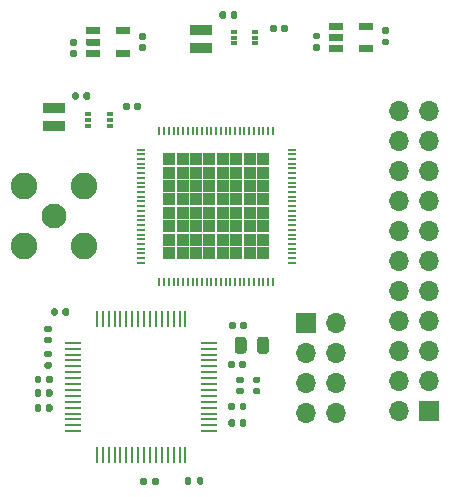
<source format=gts>
G04 #@! TF.GenerationSoftware,KiCad,Pcbnew,(5.1.10)-1*
G04 #@! TF.CreationDate,2022-03-04T01:02:41-08:00*
G04 #@! TF.ProjectId,Chekov,4368656b-6f76-42e6-9b69-6361645f7063,rev?*
G04 #@! TF.SameCoordinates,Original*
G04 #@! TF.FileFunction,Soldermask,Top*
G04 #@! TF.FilePolarity,Negative*
%FSLAX46Y46*%
G04 Gerber Fmt 4.6, Leading zero omitted, Abs format (unit mm)*
G04 Created by KiCad (PCBNEW (5.1.10)-1) date 2022-03-04 01:02:41*
%MOMM*%
%LPD*%
G01*
G04 APERTURE LIST*
%ADD10O,1.700000X1.700000*%
%ADD11R,1.700000X1.700000*%
%ADD12C,0.568750*%
%ADD13R,1.137500X1.137500*%
%ADD14O,0.200000X0.800000*%
%ADD15O,0.800000X0.200000*%
%ADD16R,1.346200X0.279400*%
%ADD17R,0.279400X1.346200*%
%ADD18R,0.500000X0.300000*%
%ADD19R,1.900000X0.850000*%
%ADD20C,2.250000*%
%ADD21C,2.100000*%
G04 APERTURE END LIST*
G04 #@! TO.C,R2*
G36*
G01*
X91113580Y-92120300D02*
X91113580Y-91750300D01*
G75*
G02*
X91248580Y-91615300I135000J0D01*
G01*
X91518580Y-91615300D01*
G75*
G02*
X91653580Y-91750300I0J-135000D01*
G01*
X91653580Y-92120300D01*
G75*
G02*
X91518580Y-92255300I-135000J0D01*
G01*
X91248580Y-92255300D01*
G75*
G02*
X91113580Y-92120300I0J135000D01*
G01*
G37*
G36*
G01*
X90093580Y-92120300D02*
X90093580Y-91750300D01*
G75*
G02*
X90228580Y-91615300I135000J0D01*
G01*
X90498580Y-91615300D01*
G75*
G02*
X90633580Y-91750300I0J-135000D01*
G01*
X90633580Y-92120300D01*
G75*
G02*
X90498580Y-92255300I-135000J0D01*
G01*
X90228580Y-92255300D01*
G75*
G02*
X90093580Y-92120300I0J135000D01*
G01*
G37*
G04 #@! TD*
G04 #@! TO.C,R1*
G36*
G01*
X94903260Y-92072040D02*
X94903260Y-91702040D01*
G75*
G02*
X95038260Y-91567040I135000J0D01*
G01*
X95308260Y-91567040D01*
G75*
G02*
X95443260Y-91702040I0J-135000D01*
G01*
X95443260Y-92072040D01*
G75*
G02*
X95308260Y-92207040I-135000J0D01*
G01*
X95038260Y-92207040D01*
G75*
G02*
X94903260Y-92072040I0J135000D01*
G01*
G37*
G36*
G01*
X93883260Y-92072040D02*
X93883260Y-91702040D01*
G75*
G02*
X94018260Y-91567040I135000J0D01*
G01*
X94288260Y-91567040D01*
G75*
G02*
X94423260Y-91702040I0J-135000D01*
G01*
X94423260Y-92072040D01*
G75*
G02*
X94288260Y-92207040I-135000J0D01*
G01*
X94018260Y-92207040D01*
G75*
G02*
X93883260Y-92072040I0J135000D01*
G01*
G37*
G04 #@! TD*
G04 #@! TO.C,C4*
G36*
G01*
X97764000Y-52621000D02*
X97764000Y-52281000D01*
G75*
G02*
X97904000Y-52141000I140000J0D01*
G01*
X98184000Y-52141000D01*
G75*
G02*
X98324000Y-52281000I0J-140000D01*
G01*
X98324000Y-52621000D01*
G75*
G02*
X98184000Y-52761000I-140000J0D01*
G01*
X97904000Y-52761000D01*
G75*
G02*
X97764000Y-52621000I0J140000D01*
G01*
G37*
G36*
G01*
X96804000Y-52621000D02*
X96804000Y-52281000D01*
G75*
G02*
X96944000Y-52141000I140000J0D01*
G01*
X97224000Y-52141000D01*
G75*
G02*
X97364000Y-52281000I0J-140000D01*
G01*
X97364000Y-52621000D01*
G75*
G02*
X97224000Y-52761000I-140000J0D01*
G01*
X96944000Y-52761000D01*
G75*
G02*
X96804000Y-52621000I0J140000D01*
G01*
G37*
G04 #@! TD*
G04 #@! TO.C,C8*
G36*
G01*
X99092600Y-79938860D02*
X99092600Y-80888860D01*
G75*
G02*
X98842600Y-81138860I-250000J0D01*
G01*
X98342600Y-81138860D01*
G75*
G02*
X98092600Y-80888860I0J250000D01*
G01*
X98092600Y-79938860D01*
G75*
G02*
X98342600Y-79688860I250000J0D01*
G01*
X98842600Y-79688860D01*
G75*
G02*
X99092600Y-79938860I0J-250000D01*
G01*
G37*
G36*
G01*
X100992600Y-79938860D02*
X100992600Y-80888860D01*
G75*
G02*
X100742600Y-81138860I-250000J0D01*
G01*
X100242600Y-81138860D01*
G75*
G02*
X99992600Y-80888860I0J250000D01*
G01*
X99992600Y-79938860D01*
G75*
G02*
X100242600Y-79688860I250000J0D01*
G01*
X100742600Y-79688860D01*
G75*
G02*
X100992600Y-79938860I0J-250000D01*
G01*
G37*
G04 #@! TD*
D10*
G04 #@! TO.C,J3*
X106680000Y-86106000D03*
X104140000Y-86106000D03*
X106680000Y-83566000D03*
X104140000Y-83566000D03*
X106680000Y-81026000D03*
X104140000Y-81026000D03*
X106680000Y-78486000D03*
D11*
X104140000Y-78486000D03*
G04 #@! TD*
D12*
G04 #@! TO.C,U6*
X100501250Y-72619250D03*
X100501250Y-71481750D03*
X100501250Y-70344250D03*
X100501250Y-69206750D03*
X100501250Y-68069250D03*
X100501250Y-66931750D03*
X100501250Y-65794250D03*
X100501250Y-64656750D03*
X99363750Y-72619250D03*
X99363750Y-71481750D03*
X99363750Y-70344250D03*
X99363750Y-69206750D03*
X99363750Y-68069250D03*
X99363750Y-66931750D03*
X99363750Y-65794250D03*
X99363750Y-64656750D03*
X98226250Y-72619250D03*
X98226250Y-71481750D03*
X98226250Y-70344250D03*
X98226250Y-69206750D03*
X98226250Y-68069250D03*
X98226250Y-66931750D03*
X98226250Y-65794250D03*
X98226250Y-64656750D03*
X97088750Y-72619250D03*
X97088750Y-71481750D03*
X97088750Y-70344250D03*
X97088750Y-69206750D03*
X97088750Y-68069250D03*
X97088750Y-66931750D03*
X97088750Y-65794250D03*
X97088750Y-64656750D03*
X95951250Y-72619250D03*
X95951250Y-71481750D03*
X95951250Y-70344250D03*
X95951250Y-69206750D03*
X95951250Y-68069250D03*
X95951250Y-66931750D03*
X95951250Y-65794250D03*
X95951250Y-64656750D03*
X94813750Y-72619250D03*
X94813750Y-71481750D03*
X94813750Y-70344250D03*
X94813750Y-69206750D03*
X94813750Y-68069250D03*
X94813750Y-66931750D03*
X94813750Y-65794250D03*
X94813750Y-64656750D03*
X93676250Y-72619250D03*
X93676250Y-71481750D03*
X93676250Y-70344250D03*
X93676250Y-69206750D03*
X93676250Y-68069250D03*
X93676250Y-66931750D03*
X93676250Y-65794250D03*
X93676250Y-64656750D03*
X92538750Y-72619250D03*
X92538750Y-71481750D03*
X92538750Y-70344250D03*
X92538750Y-69206750D03*
X92538750Y-68069250D03*
X92538750Y-66931750D03*
X92538750Y-65794250D03*
X92538750Y-64656750D03*
D13*
X100501250Y-72619250D03*
X100501250Y-71481750D03*
X100501250Y-70344250D03*
X100501250Y-69206750D03*
X100501250Y-68069250D03*
X100501250Y-66931750D03*
X100501250Y-65794250D03*
X100501250Y-64656750D03*
X99363750Y-72619250D03*
X99363750Y-71481750D03*
X99363750Y-70344250D03*
X99363750Y-69206750D03*
X99363750Y-68069250D03*
X99363750Y-66931750D03*
X99363750Y-65794250D03*
X99363750Y-64656750D03*
X98226250Y-72619250D03*
X98226250Y-71481750D03*
X98226250Y-70344250D03*
X98226250Y-69206750D03*
X98226250Y-68069250D03*
X98226250Y-66931750D03*
X98226250Y-65794250D03*
X98226250Y-64656750D03*
X97088750Y-72619250D03*
X97088750Y-71481750D03*
X97088750Y-70344250D03*
X97088750Y-69206750D03*
X97088750Y-68069250D03*
X97088750Y-66931750D03*
X97088750Y-65794250D03*
X97088750Y-64656750D03*
X95951250Y-72619250D03*
X95951250Y-71481750D03*
X95951250Y-70344250D03*
X95951250Y-69206750D03*
X95951250Y-68069250D03*
X95951250Y-66931750D03*
X95951250Y-65794250D03*
X95951250Y-64656750D03*
X94813750Y-72619250D03*
X94813750Y-71481750D03*
X94813750Y-70344250D03*
X94813750Y-69206750D03*
X94813750Y-68069250D03*
X94813750Y-66931750D03*
X94813750Y-65794250D03*
X94813750Y-64656750D03*
X93676250Y-72619250D03*
X93676250Y-71481750D03*
X93676250Y-70344250D03*
X93676250Y-69206750D03*
X93676250Y-68069250D03*
X93676250Y-66931750D03*
X93676250Y-65794250D03*
X93676250Y-64656750D03*
X92538750Y-72619250D03*
X92538750Y-71481750D03*
X92538750Y-70344250D03*
X92538750Y-69206750D03*
X92538750Y-68069250D03*
X92538750Y-66931750D03*
X92538750Y-65794250D03*
X92538750Y-64656750D03*
D14*
X91720000Y-62238000D03*
X92120000Y-62238000D03*
X92520000Y-62238000D03*
X92920000Y-62238000D03*
X93320000Y-62238000D03*
X93720000Y-62238000D03*
X94120000Y-62238000D03*
X94520000Y-62238000D03*
X94920000Y-62238000D03*
X95320000Y-62238000D03*
X95720000Y-62238000D03*
X96120000Y-62238000D03*
X96520000Y-62238000D03*
X96920000Y-62238000D03*
X97320000Y-62238000D03*
X97720000Y-62238000D03*
X98120000Y-62238000D03*
X98520000Y-62238000D03*
X98920000Y-62238000D03*
X99320000Y-62238000D03*
X99720000Y-62238000D03*
X100120000Y-62238000D03*
X100520000Y-62238000D03*
X100920000Y-62238000D03*
X101320000Y-62238000D03*
D15*
X102920000Y-63838000D03*
X102920000Y-64238000D03*
X102920000Y-64638000D03*
X102920000Y-65038000D03*
X102920000Y-65438000D03*
X102920000Y-65838000D03*
X102920000Y-66238000D03*
X102920000Y-66638000D03*
X102920000Y-67038000D03*
X102920000Y-67438000D03*
X102920000Y-67838000D03*
X102920000Y-68238000D03*
X102920000Y-68638000D03*
X102920000Y-69038000D03*
X102920000Y-69438000D03*
X102920000Y-69838000D03*
X102920000Y-70238000D03*
X102920000Y-70638000D03*
X102920000Y-71038000D03*
X102920000Y-71438000D03*
X102920000Y-71838000D03*
X102920000Y-72238000D03*
X102920000Y-72638000D03*
X102920000Y-73038000D03*
X102920000Y-73438000D03*
D14*
X101320000Y-75038000D03*
X100920000Y-75038000D03*
X100520000Y-75038000D03*
X100120000Y-75038000D03*
X99720000Y-75038000D03*
X99320000Y-75038000D03*
X98920000Y-75038000D03*
X98520000Y-75038000D03*
X98120000Y-75038000D03*
X97720000Y-75038000D03*
X97320000Y-75038000D03*
X96920000Y-75038000D03*
X96520000Y-75038000D03*
X96120000Y-75038000D03*
X95720000Y-75038000D03*
X95320000Y-75038000D03*
X94920000Y-75038000D03*
X94520000Y-75038000D03*
X94120000Y-75038000D03*
X93720000Y-75038000D03*
X93320000Y-75038000D03*
X92920000Y-75038000D03*
X92520000Y-75038000D03*
X92120000Y-75038000D03*
X91720000Y-75038000D03*
D15*
X90120000Y-73438000D03*
X90120000Y-73038000D03*
X90120000Y-72638000D03*
X90120000Y-72238000D03*
X90120000Y-71838000D03*
X90120000Y-71438000D03*
X90120000Y-71038000D03*
X90120000Y-70638000D03*
X90120000Y-70238000D03*
X90120000Y-69838000D03*
X90120000Y-69438000D03*
X90120000Y-69038000D03*
X90120000Y-68638000D03*
X90120000Y-68238000D03*
X90120000Y-67838000D03*
X90120000Y-67438000D03*
X90120000Y-67038000D03*
X90120000Y-66638000D03*
X90120000Y-66238000D03*
X90120000Y-65838000D03*
X90120000Y-65438000D03*
X90120000Y-65038000D03*
X90120000Y-64638000D03*
X90120000Y-64238000D03*
X90120000Y-63838000D03*
G04 #@! TD*
G04 #@! TO.C,U5*
G36*
G01*
X108600000Y-53659700D02*
X108600000Y-53152300D01*
G75*
G02*
X108641300Y-53111000I41300J0D01*
G01*
X109768700Y-53111000D01*
G75*
G02*
X109810000Y-53152300I0J-41300D01*
G01*
X109810000Y-53659700D01*
G75*
G02*
X109768700Y-53701000I-41300J0D01*
G01*
X108641300Y-53701000D01*
G75*
G02*
X108600000Y-53659700I0J41300D01*
G01*
G37*
G36*
G01*
X108600000Y-55559700D02*
X108600000Y-55052300D01*
G75*
G02*
X108641300Y-55011000I41300J0D01*
G01*
X109768700Y-55011000D01*
G75*
G02*
X109810000Y-55052300I0J-41300D01*
G01*
X109810000Y-55559700D01*
G75*
G02*
X109768700Y-55601000I-41300J0D01*
G01*
X108641300Y-55601000D01*
G75*
G02*
X108600000Y-55559700I0J41300D01*
G01*
G37*
G36*
G01*
X106090000Y-55559700D02*
X106090000Y-55052300D01*
G75*
G02*
X106131300Y-55011000I41300J0D01*
G01*
X107258700Y-55011000D01*
G75*
G02*
X107300000Y-55052300I0J-41300D01*
G01*
X107300000Y-55559700D01*
G75*
G02*
X107258700Y-55601000I-41300J0D01*
G01*
X106131300Y-55601000D01*
G75*
G02*
X106090000Y-55559700I0J41300D01*
G01*
G37*
G36*
G01*
X106090000Y-54609700D02*
X106090000Y-54102300D01*
G75*
G02*
X106131300Y-54061000I41300J0D01*
G01*
X107258700Y-54061000D01*
G75*
G02*
X107300000Y-54102300I0J-41300D01*
G01*
X107300000Y-54609700D01*
G75*
G02*
X107258700Y-54651000I-41300J0D01*
G01*
X106131300Y-54651000D01*
G75*
G02*
X106090000Y-54609700I0J41300D01*
G01*
G37*
G36*
G01*
X106090000Y-53659700D02*
X106090000Y-53152300D01*
G75*
G02*
X106131300Y-53111000I41300J0D01*
G01*
X107258700Y-53111000D01*
G75*
G02*
X107300000Y-53152300I0J-41300D01*
G01*
X107300000Y-53659700D01*
G75*
G02*
X107258700Y-53701000I-41300J0D01*
G01*
X106131300Y-53701000D01*
G75*
G02*
X106090000Y-53659700I0J41300D01*
G01*
G37*
G04 #@! TD*
D16*
G04 #@! TO.C,U4*
X84391500Y-87697000D03*
X84391500Y-87197001D03*
X84391500Y-86697000D03*
X84391500Y-86197001D03*
X84391500Y-85696999D03*
X84391500Y-85197000D03*
X84391500Y-84697001D03*
X84391500Y-84197000D03*
X84391500Y-83697000D03*
X84391500Y-83196999D03*
X84391500Y-82697000D03*
X84391500Y-82197001D03*
X84391500Y-81696999D03*
X84391500Y-81197000D03*
X84391500Y-80696999D03*
X84391500Y-80197000D03*
D17*
X86420000Y-78168500D03*
X86919999Y-78168500D03*
X87420000Y-78168500D03*
X87919999Y-78168500D03*
X88420001Y-78168500D03*
X88920000Y-78168500D03*
X89419999Y-78168500D03*
X89920000Y-78168500D03*
X90420000Y-78168500D03*
X90920001Y-78168500D03*
X91420000Y-78168500D03*
X91919999Y-78168500D03*
X92420001Y-78168500D03*
X92920000Y-78168500D03*
X93420001Y-78168500D03*
X93920000Y-78168500D03*
D16*
X95948500Y-80197000D03*
X95948500Y-80696999D03*
X95948500Y-81197000D03*
X95948500Y-81696999D03*
X95948500Y-82197001D03*
X95948500Y-82697000D03*
X95948500Y-83196999D03*
X95948500Y-83697000D03*
X95948500Y-84197000D03*
X95948500Y-84697001D03*
X95948500Y-85197000D03*
X95948500Y-85696999D03*
X95948500Y-86197001D03*
X95948500Y-86697000D03*
X95948500Y-87197001D03*
X95948500Y-87697000D03*
D17*
X93920000Y-89725500D03*
X93420001Y-89725500D03*
X92920000Y-89725500D03*
X92420001Y-89725500D03*
X91919999Y-89725500D03*
X91420000Y-89725500D03*
X90920001Y-89725500D03*
X90420000Y-89725500D03*
X89920000Y-89725500D03*
X89419999Y-89725500D03*
X88920000Y-89725500D03*
X88420001Y-89725500D03*
X87919999Y-89725500D03*
X87420000Y-89725500D03*
X86919999Y-89725500D03*
X86420000Y-89725500D03*
G04 #@! TD*
G04 #@! TO.C,U3*
G36*
G01*
X88026000Y-54040700D02*
X88026000Y-53533300D01*
G75*
G02*
X88067300Y-53492000I41300J0D01*
G01*
X89194700Y-53492000D01*
G75*
G02*
X89236000Y-53533300I0J-41300D01*
G01*
X89236000Y-54040700D01*
G75*
G02*
X89194700Y-54082000I-41300J0D01*
G01*
X88067300Y-54082000D01*
G75*
G02*
X88026000Y-54040700I0J41300D01*
G01*
G37*
G36*
G01*
X88026000Y-55940700D02*
X88026000Y-55433300D01*
G75*
G02*
X88067300Y-55392000I41300J0D01*
G01*
X89194700Y-55392000D01*
G75*
G02*
X89236000Y-55433300I0J-41300D01*
G01*
X89236000Y-55940700D01*
G75*
G02*
X89194700Y-55982000I-41300J0D01*
G01*
X88067300Y-55982000D01*
G75*
G02*
X88026000Y-55940700I0J41300D01*
G01*
G37*
G36*
G01*
X85516000Y-55940700D02*
X85516000Y-55433300D01*
G75*
G02*
X85557300Y-55392000I41300J0D01*
G01*
X86684700Y-55392000D01*
G75*
G02*
X86726000Y-55433300I0J-41300D01*
G01*
X86726000Y-55940700D01*
G75*
G02*
X86684700Y-55982000I-41300J0D01*
G01*
X85557300Y-55982000D01*
G75*
G02*
X85516000Y-55940700I0J41300D01*
G01*
G37*
G36*
G01*
X85516000Y-54990700D02*
X85516000Y-54483300D01*
G75*
G02*
X85557300Y-54442000I41300J0D01*
G01*
X86684700Y-54442000D01*
G75*
G02*
X86726000Y-54483300I0J-41300D01*
G01*
X86726000Y-54990700D01*
G75*
G02*
X86684700Y-55032000I-41300J0D01*
G01*
X85557300Y-55032000D01*
G75*
G02*
X85516000Y-54990700I0J41300D01*
G01*
G37*
G36*
G01*
X85516000Y-54040700D02*
X85516000Y-53533300D01*
G75*
G02*
X85557300Y-53492000I41300J0D01*
G01*
X86684700Y-53492000D01*
G75*
G02*
X86726000Y-53533300I0J-41300D01*
G01*
X86726000Y-54040700D01*
G75*
G02*
X86684700Y-54082000I-41300J0D01*
G01*
X85557300Y-54082000D01*
G75*
G02*
X85516000Y-54040700I0J41300D01*
G01*
G37*
G04 #@! TD*
D18*
G04 #@! TO.C,U2*
X99833000Y-53856000D03*
X99833000Y-54356000D03*
X99833000Y-54856000D03*
X98033000Y-54856000D03*
X98033000Y-54356000D03*
X98033000Y-53856000D03*
G04 #@! TD*
G04 #@! TO.C,U1*
X87514000Y-60841000D03*
X87514000Y-61341000D03*
X87514000Y-61841000D03*
X85714000Y-61841000D03*
X85714000Y-61341000D03*
X85714000Y-60841000D03*
G04 #@! TD*
D19*
G04 #@! TO.C,L2*
X95250000Y-55208000D03*
X95250000Y-53758000D03*
G04 #@! TD*
G04 #@! TO.C,L1*
X82767000Y-61812000D03*
X82767000Y-60362000D03*
G04 #@! TD*
D20*
G04 #@! TO.C,J2*
X85354000Y-66929000D03*
X85354000Y-72029000D03*
X80254000Y-72029000D03*
X80254000Y-66929000D03*
D21*
X82804000Y-69479000D03*
G04 #@! TD*
D10*
G04 #@! TO.C,J1*
X112014000Y-60579000D03*
X114554000Y-60579000D03*
X112014000Y-63119000D03*
X114554000Y-63119000D03*
X112014000Y-65659000D03*
X114554000Y-65659000D03*
X112014000Y-68199000D03*
X114554000Y-68199000D03*
X112014000Y-70739000D03*
X114554000Y-70739000D03*
X112014000Y-73279000D03*
X114554000Y-73279000D03*
X112014000Y-75819000D03*
X114554000Y-75819000D03*
X112014000Y-78359000D03*
X114554000Y-78359000D03*
X112014000Y-80899000D03*
X114554000Y-80899000D03*
X112014000Y-83439000D03*
X114554000Y-83439000D03*
X112014000Y-85979000D03*
D11*
X114554000Y-85979000D03*
G04 #@! TD*
G04 #@! TO.C,C21*
G36*
G01*
X111041000Y-54057000D02*
X110701000Y-54057000D01*
G75*
G02*
X110561000Y-53917000I0J140000D01*
G01*
X110561000Y-53637000D01*
G75*
G02*
X110701000Y-53497000I140000J0D01*
G01*
X111041000Y-53497000D01*
G75*
G02*
X111181000Y-53637000I0J-140000D01*
G01*
X111181000Y-53917000D01*
G75*
G02*
X111041000Y-54057000I-140000J0D01*
G01*
G37*
G36*
G01*
X111041000Y-55017000D02*
X110701000Y-55017000D01*
G75*
G02*
X110561000Y-54877000I0J140000D01*
G01*
X110561000Y-54597000D01*
G75*
G02*
X110701000Y-54457000I140000J0D01*
G01*
X111041000Y-54457000D01*
G75*
G02*
X111181000Y-54597000I0J-140000D01*
G01*
X111181000Y-54877000D01*
G75*
G02*
X111041000Y-55017000I-140000J0D01*
G01*
G37*
G04 #@! TD*
G04 #@! TO.C,C20*
G36*
G01*
X81715000Y-84285000D02*
X81715000Y-84625000D01*
G75*
G02*
X81575000Y-84765000I-140000J0D01*
G01*
X81295000Y-84765000D01*
G75*
G02*
X81155000Y-84625000I0J140000D01*
G01*
X81155000Y-84285000D01*
G75*
G02*
X81295000Y-84145000I140000J0D01*
G01*
X81575000Y-84145000D01*
G75*
G02*
X81715000Y-84285000I0J-140000D01*
G01*
G37*
G36*
G01*
X82675000Y-84285000D02*
X82675000Y-84625000D01*
G75*
G02*
X82535000Y-84765000I-140000J0D01*
G01*
X82255000Y-84765000D01*
G75*
G02*
X82115000Y-84625000I0J140000D01*
G01*
X82115000Y-84285000D01*
G75*
G02*
X82255000Y-84145000I140000J0D01*
G01*
X82535000Y-84145000D01*
G75*
G02*
X82675000Y-84285000I0J-140000D01*
G01*
G37*
G04 #@! TD*
G04 #@! TO.C,C19*
G36*
G01*
X81715000Y-83142000D02*
X81715000Y-83482000D01*
G75*
G02*
X81575000Y-83622000I-140000J0D01*
G01*
X81295000Y-83622000D01*
G75*
G02*
X81155000Y-83482000I0J140000D01*
G01*
X81155000Y-83142000D01*
G75*
G02*
X81295000Y-83002000I140000J0D01*
G01*
X81575000Y-83002000D01*
G75*
G02*
X81715000Y-83142000I0J-140000D01*
G01*
G37*
G36*
G01*
X82675000Y-83142000D02*
X82675000Y-83482000D01*
G75*
G02*
X82535000Y-83622000I-140000J0D01*
G01*
X82255000Y-83622000D01*
G75*
G02*
X82115000Y-83482000I0J140000D01*
G01*
X82115000Y-83142000D01*
G75*
G02*
X82255000Y-83002000I140000J0D01*
G01*
X82535000Y-83002000D01*
G75*
G02*
X82675000Y-83142000I0J-140000D01*
G01*
G37*
G04 #@! TD*
G04 #@! TO.C,C18*
G36*
G01*
X83112000Y-77427000D02*
X83112000Y-77767000D01*
G75*
G02*
X82972000Y-77907000I-140000J0D01*
G01*
X82692000Y-77907000D01*
G75*
G02*
X82552000Y-77767000I0J140000D01*
G01*
X82552000Y-77427000D01*
G75*
G02*
X82692000Y-77287000I140000J0D01*
G01*
X82972000Y-77287000D01*
G75*
G02*
X83112000Y-77427000I0J-140000D01*
G01*
G37*
G36*
G01*
X84072000Y-77427000D02*
X84072000Y-77767000D01*
G75*
G02*
X83932000Y-77907000I-140000J0D01*
G01*
X83652000Y-77907000D01*
G75*
G02*
X83512000Y-77767000I0J140000D01*
G01*
X83512000Y-77427000D01*
G75*
G02*
X83652000Y-77287000I140000J0D01*
G01*
X83932000Y-77287000D01*
G75*
G02*
X84072000Y-77427000I0J-140000D01*
G01*
G37*
G04 #@! TD*
G04 #@! TO.C,C17*
G36*
G01*
X82126000Y-79702000D02*
X82466000Y-79702000D01*
G75*
G02*
X82606000Y-79842000I0J-140000D01*
G01*
X82606000Y-80122000D01*
G75*
G02*
X82466000Y-80262000I-140000J0D01*
G01*
X82126000Y-80262000D01*
G75*
G02*
X81986000Y-80122000I0J140000D01*
G01*
X81986000Y-79842000D01*
G75*
G02*
X82126000Y-79702000I140000J0D01*
G01*
G37*
G36*
G01*
X82126000Y-78742000D02*
X82466000Y-78742000D01*
G75*
G02*
X82606000Y-78882000I0J-140000D01*
G01*
X82606000Y-79162000D01*
G75*
G02*
X82466000Y-79302000I-140000J0D01*
G01*
X82126000Y-79302000D01*
G75*
G02*
X81986000Y-79162000I0J140000D01*
G01*
X81986000Y-78882000D01*
G75*
G02*
X82126000Y-78742000I140000J0D01*
G01*
G37*
G04 #@! TD*
G04 #@! TO.C,C16*
G36*
G01*
X81715000Y-85555000D02*
X81715000Y-85895000D01*
G75*
G02*
X81575000Y-86035000I-140000J0D01*
G01*
X81295000Y-86035000D01*
G75*
G02*
X81155000Y-85895000I0J140000D01*
G01*
X81155000Y-85555000D01*
G75*
G02*
X81295000Y-85415000I140000J0D01*
G01*
X81575000Y-85415000D01*
G75*
G02*
X81715000Y-85555000I0J-140000D01*
G01*
G37*
G36*
G01*
X82675000Y-85555000D02*
X82675000Y-85895000D01*
G75*
G02*
X82535000Y-86035000I-140000J0D01*
G01*
X82255000Y-86035000D01*
G75*
G02*
X82115000Y-85895000I0J140000D01*
G01*
X82115000Y-85555000D01*
G75*
G02*
X82255000Y-85415000I140000J0D01*
G01*
X82535000Y-85415000D01*
G75*
G02*
X82675000Y-85555000I0J-140000D01*
G01*
G37*
G04 #@! TD*
G04 #@! TO.C,C15*
G36*
G01*
X82466000Y-81433000D02*
X82126000Y-81433000D01*
G75*
G02*
X81986000Y-81293000I0J140000D01*
G01*
X81986000Y-81013000D01*
G75*
G02*
X82126000Y-80873000I140000J0D01*
G01*
X82466000Y-80873000D01*
G75*
G02*
X82606000Y-81013000I0J-140000D01*
G01*
X82606000Y-81293000D01*
G75*
G02*
X82466000Y-81433000I-140000J0D01*
G01*
G37*
G36*
G01*
X82466000Y-82393000D02*
X82126000Y-82393000D01*
G75*
G02*
X81986000Y-82253000I0J140000D01*
G01*
X81986000Y-81973000D01*
G75*
G02*
X82126000Y-81833000I140000J0D01*
G01*
X82466000Y-81833000D01*
G75*
G02*
X82606000Y-81973000I0J-140000D01*
G01*
X82606000Y-82253000D01*
G75*
G02*
X82466000Y-82393000I-140000J0D01*
G01*
G37*
G04 #@! TD*
G04 #@! TO.C,C14*
G36*
G01*
X105199000Y-54509000D02*
X104859000Y-54509000D01*
G75*
G02*
X104719000Y-54369000I0J140000D01*
G01*
X104719000Y-54089000D01*
G75*
G02*
X104859000Y-53949000I140000J0D01*
G01*
X105199000Y-53949000D01*
G75*
G02*
X105339000Y-54089000I0J-140000D01*
G01*
X105339000Y-54369000D01*
G75*
G02*
X105199000Y-54509000I-140000J0D01*
G01*
G37*
G36*
G01*
X105199000Y-55469000D02*
X104859000Y-55469000D01*
G75*
G02*
X104719000Y-55329000I0J140000D01*
G01*
X104719000Y-55049000D01*
G75*
G02*
X104859000Y-54909000I140000J0D01*
G01*
X105199000Y-54909000D01*
G75*
G02*
X105339000Y-55049000I0J-140000D01*
G01*
X105339000Y-55329000D01*
G75*
G02*
X105199000Y-55469000I-140000J0D01*
G01*
G37*
G04 #@! TD*
G04 #@! TO.C,C13*
G36*
G01*
X90467000Y-54537000D02*
X90127000Y-54537000D01*
G75*
G02*
X89987000Y-54397000I0J140000D01*
G01*
X89987000Y-54117000D01*
G75*
G02*
X90127000Y-53977000I140000J0D01*
G01*
X90467000Y-53977000D01*
G75*
G02*
X90607000Y-54117000I0J-140000D01*
G01*
X90607000Y-54397000D01*
G75*
G02*
X90467000Y-54537000I-140000J0D01*
G01*
G37*
G36*
G01*
X90467000Y-55497000D02*
X90127000Y-55497000D01*
G75*
G02*
X89987000Y-55357000I0J140000D01*
G01*
X89987000Y-55077000D01*
G75*
G02*
X90127000Y-54937000I140000J0D01*
G01*
X90467000Y-54937000D01*
G75*
G02*
X90607000Y-55077000I0J-140000D01*
G01*
X90607000Y-55357000D01*
G75*
G02*
X90467000Y-55497000I-140000J0D01*
G01*
G37*
G04 #@! TD*
G04 #@! TO.C,C12*
G36*
G01*
X98722000Y-83620000D02*
X98382000Y-83620000D01*
G75*
G02*
X98242000Y-83480000I0J140000D01*
G01*
X98242000Y-83200000D01*
G75*
G02*
X98382000Y-83060000I140000J0D01*
G01*
X98722000Y-83060000D01*
G75*
G02*
X98862000Y-83200000I0J-140000D01*
G01*
X98862000Y-83480000D01*
G75*
G02*
X98722000Y-83620000I-140000J0D01*
G01*
G37*
G36*
G01*
X98722000Y-84580000D02*
X98382000Y-84580000D01*
G75*
G02*
X98242000Y-84440000I0J140000D01*
G01*
X98242000Y-84160000D01*
G75*
G02*
X98382000Y-84020000I140000J0D01*
G01*
X98722000Y-84020000D01*
G75*
G02*
X98862000Y-84160000I0J-140000D01*
G01*
X98862000Y-84440000D01*
G75*
G02*
X98722000Y-84580000I-140000J0D01*
G01*
G37*
G04 #@! TD*
G04 #@! TO.C,C11*
G36*
G01*
X98526000Y-87165000D02*
X98526000Y-86825000D01*
G75*
G02*
X98666000Y-86685000I140000J0D01*
G01*
X98946000Y-86685000D01*
G75*
G02*
X99086000Y-86825000I0J-140000D01*
G01*
X99086000Y-87165000D01*
G75*
G02*
X98946000Y-87305000I-140000J0D01*
G01*
X98666000Y-87305000D01*
G75*
G02*
X98526000Y-87165000I0J140000D01*
G01*
G37*
G36*
G01*
X97566000Y-87165000D02*
X97566000Y-86825000D01*
G75*
G02*
X97706000Y-86685000I140000J0D01*
G01*
X97986000Y-86685000D01*
G75*
G02*
X98126000Y-86825000I0J-140000D01*
G01*
X98126000Y-87165000D01*
G75*
G02*
X97986000Y-87305000I-140000J0D01*
G01*
X97706000Y-87305000D01*
G75*
G02*
X97566000Y-87165000I0J140000D01*
G01*
G37*
G04 #@! TD*
G04 #@! TO.C,C10*
G36*
G01*
X98526000Y-85768000D02*
X98526000Y-85428000D01*
G75*
G02*
X98666000Y-85288000I140000J0D01*
G01*
X98946000Y-85288000D01*
G75*
G02*
X99086000Y-85428000I0J-140000D01*
G01*
X99086000Y-85768000D01*
G75*
G02*
X98946000Y-85908000I-140000J0D01*
G01*
X98666000Y-85908000D01*
G75*
G02*
X98526000Y-85768000I0J140000D01*
G01*
G37*
G36*
G01*
X97566000Y-85768000D02*
X97566000Y-85428000D01*
G75*
G02*
X97706000Y-85288000I140000J0D01*
G01*
X97986000Y-85288000D01*
G75*
G02*
X98126000Y-85428000I0J-140000D01*
G01*
X98126000Y-85768000D01*
G75*
G02*
X97986000Y-85908000I-140000J0D01*
G01*
X97706000Y-85908000D01*
G75*
G02*
X97566000Y-85768000I0J140000D01*
G01*
G37*
G04 #@! TD*
G04 #@! TO.C,C9*
G36*
G01*
X98174200Y-78570000D02*
X98174200Y-78910000D01*
G75*
G02*
X98034200Y-79050000I-140000J0D01*
G01*
X97754200Y-79050000D01*
G75*
G02*
X97614200Y-78910000I0J140000D01*
G01*
X97614200Y-78570000D01*
G75*
G02*
X97754200Y-78430000I140000J0D01*
G01*
X98034200Y-78430000D01*
G75*
G02*
X98174200Y-78570000I0J-140000D01*
G01*
G37*
G36*
G01*
X99134200Y-78570000D02*
X99134200Y-78910000D01*
G75*
G02*
X98994200Y-79050000I-140000J0D01*
G01*
X98714200Y-79050000D01*
G75*
G02*
X98574200Y-78910000I0J140000D01*
G01*
X98574200Y-78570000D01*
G75*
G02*
X98714200Y-78430000I140000J0D01*
G01*
X98994200Y-78430000D01*
G75*
G02*
X99134200Y-78570000I0J-140000D01*
G01*
G37*
G04 #@! TD*
G04 #@! TO.C,C7*
G36*
G01*
X98098000Y-81872000D02*
X98098000Y-82212000D01*
G75*
G02*
X97958000Y-82352000I-140000J0D01*
G01*
X97678000Y-82352000D01*
G75*
G02*
X97538000Y-82212000I0J140000D01*
G01*
X97538000Y-81872000D01*
G75*
G02*
X97678000Y-81732000I140000J0D01*
G01*
X97958000Y-81732000D01*
G75*
G02*
X98098000Y-81872000I0J-140000D01*
G01*
G37*
G36*
G01*
X99058000Y-81872000D02*
X99058000Y-82212000D01*
G75*
G02*
X98918000Y-82352000I-140000J0D01*
G01*
X98638000Y-82352000D01*
G75*
G02*
X98498000Y-82212000I0J140000D01*
G01*
X98498000Y-81872000D01*
G75*
G02*
X98638000Y-81732000I140000J0D01*
G01*
X98918000Y-81732000D01*
G75*
G02*
X99058000Y-81872000I0J-140000D01*
G01*
G37*
G04 #@! TD*
G04 #@! TO.C,C6*
G36*
G01*
X100119000Y-83620000D02*
X99779000Y-83620000D01*
G75*
G02*
X99639000Y-83480000I0J140000D01*
G01*
X99639000Y-83200000D01*
G75*
G02*
X99779000Y-83060000I140000J0D01*
G01*
X100119000Y-83060000D01*
G75*
G02*
X100259000Y-83200000I0J-140000D01*
G01*
X100259000Y-83480000D01*
G75*
G02*
X100119000Y-83620000I-140000J0D01*
G01*
G37*
G36*
G01*
X100119000Y-84580000D02*
X99779000Y-84580000D01*
G75*
G02*
X99639000Y-84440000I0J140000D01*
G01*
X99639000Y-84160000D01*
G75*
G02*
X99779000Y-84020000I140000J0D01*
G01*
X100119000Y-84020000D01*
G75*
G02*
X100259000Y-84160000I0J-140000D01*
G01*
X100259000Y-84440000D01*
G75*
G02*
X100119000Y-84580000I-140000J0D01*
G01*
G37*
G04 #@! TD*
G04 #@! TO.C,C5*
G36*
G01*
X84625000Y-55045000D02*
X84285000Y-55045000D01*
G75*
G02*
X84145000Y-54905000I0J140000D01*
G01*
X84145000Y-54625000D01*
G75*
G02*
X84285000Y-54485000I140000J0D01*
G01*
X84625000Y-54485000D01*
G75*
G02*
X84765000Y-54625000I0J-140000D01*
G01*
X84765000Y-54905000D01*
G75*
G02*
X84625000Y-55045000I-140000J0D01*
G01*
G37*
G36*
G01*
X84625000Y-56005000D02*
X84285000Y-56005000D01*
G75*
G02*
X84145000Y-55865000I0J140000D01*
G01*
X84145000Y-55585000D01*
G75*
G02*
X84285000Y-55445000I140000J0D01*
G01*
X84625000Y-55445000D01*
G75*
G02*
X84765000Y-55585000I0J-140000D01*
G01*
X84765000Y-55865000D01*
G75*
G02*
X84625000Y-56005000I-140000J0D01*
G01*
G37*
G04 #@! TD*
G04 #@! TO.C,C3*
G36*
G01*
X85290000Y-59479000D02*
X85290000Y-59139000D01*
G75*
G02*
X85430000Y-58999000I140000J0D01*
G01*
X85710000Y-58999000D01*
G75*
G02*
X85850000Y-59139000I0J-140000D01*
G01*
X85850000Y-59479000D01*
G75*
G02*
X85710000Y-59619000I-140000J0D01*
G01*
X85430000Y-59619000D01*
G75*
G02*
X85290000Y-59479000I0J140000D01*
G01*
G37*
G36*
G01*
X84330000Y-59479000D02*
X84330000Y-59139000D01*
G75*
G02*
X84470000Y-58999000I140000J0D01*
G01*
X84750000Y-58999000D01*
G75*
G02*
X84890000Y-59139000I0J-140000D01*
G01*
X84890000Y-59479000D01*
G75*
G02*
X84750000Y-59619000I-140000J0D01*
G01*
X84470000Y-59619000D01*
G75*
G02*
X84330000Y-59479000I0J140000D01*
G01*
G37*
G04 #@! TD*
G04 #@! TO.C,C2*
G36*
G01*
X102054000Y-53764000D02*
X102054000Y-53424000D01*
G75*
G02*
X102194000Y-53284000I140000J0D01*
G01*
X102474000Y-53284000D01*
G75*
G02*
X102614000Y-53424000I0J-140000D01*
G01*
X102614000Y-53764000D01*
G75*
G02*
X102474000Y-53904000I-140000J0D01*
G01*
X102194000Y-53904000D01*
G75*
G02*
X102054000Y-53764000I0J140000D01*
G01*
G37*
G36*
G01*
X101094000Y-53764000D02*
X101094000Y-53424000D01*
G75*
G02*
X101234000Y-53284000I140000J0D01*
G01*
X101514000Y-53284000D01*
G75*
G02*
X101654000Y-53424000I0J-140000D01*
G01*
X101654000Y-53764000D01*
G75*
G02*
X101514000Y-53904000I-140000J0D01*
G01*
X101234000Y-53904000D01*
G75*
G02*
X101094000Y-53764000I0J140000D01*
G01*
G37*
G04 #@! TD*
G04 #@! TO.C,C1*
G36*
G01*
X89608000Y-60368000D02*
X89608000Y-60028000D01*
G75*
G02*
X89748000Y-59888000I140000J0D01*
G01*
X90028000Y-59888000D01*
G75*
G02*
X90168000Y-60028000I0J-140000D01*
G01*
X90168000Y-60368000D01*
G75*
G02*
X90028000Y-60508000I-140000J0D01*
G01*
X89748000Y-60508000D01*
G75*
G02*
X89608000Y-60368000I0J140000D01*
G01*
G37*
G36*
G01*
X88648000Y-60368000D02*
X88648000Y-60028000D01*
G75*
G02*
X88788000Y-59888000I140000J0D01*
G01*
X89068000Y-59888000D01*
G75*
G02*
X89208000Y-60028000I0J-140000D01*
G01*
X89208000Y-60368000D01*
G75*
G02*
X89068000Y-60508000I-140000J0D01*
G01*
X88788000Y-60508000D01*
G75*
G02*
X88648000Y-60368000I0J140000D01*
G01*
G37*
G04 #@! TD*
M02*

</source>
